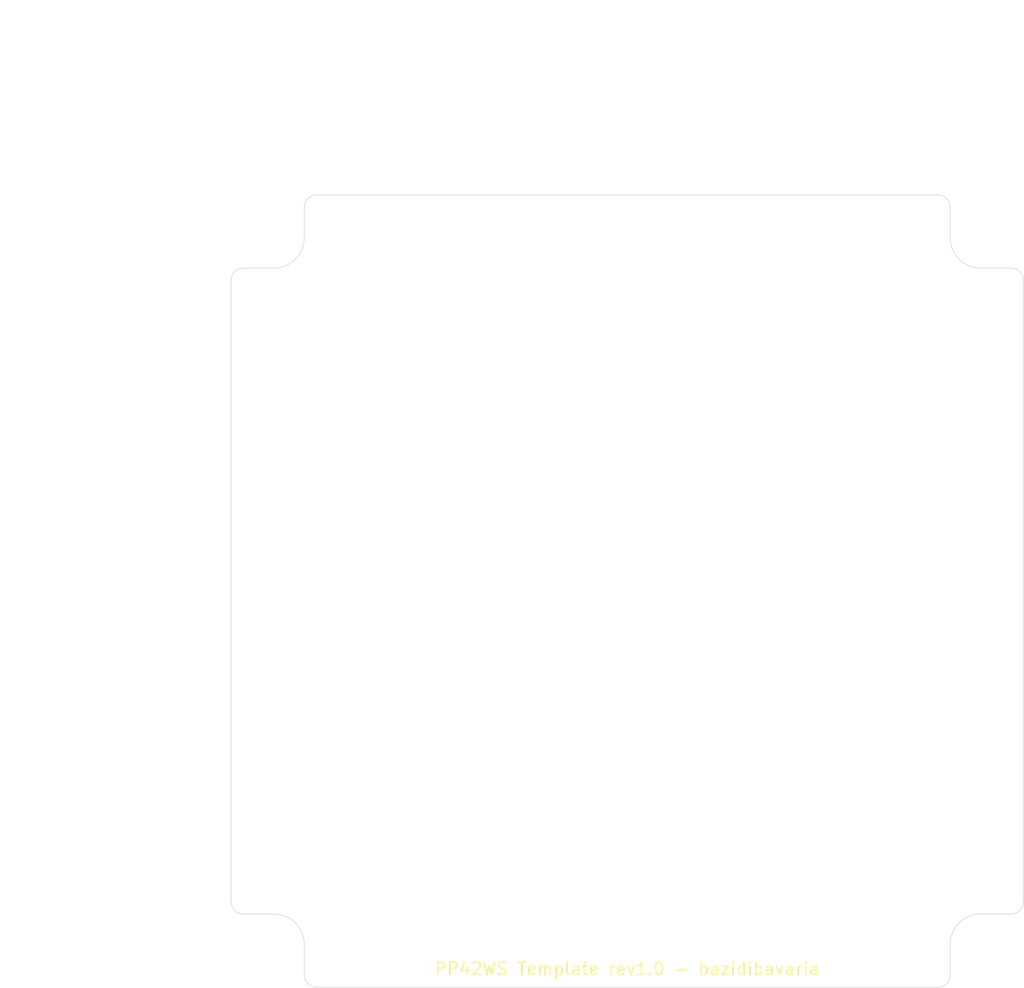
<source format=kicad_pcb>
(kicad_pcb (version 20171130) (host pcbnew "(5.1.6)-1")

  (general
    (thickness 1.6)
    (drawings 38)
    (tracks 0)
    (zones 0)
    (modules 4)
    (nets 1)
  )

  (page A4)
  (layers
    (0 F.Cu signal)
    (31 B.Cu signal)
    (32 B.Adhes user)
    (33 F.Adhes user)
    (34 B.Paste user)
    (35 F.Paste user)
    (36 B.SilkS user)
    (37 F.SilkS user)
    (38 B.Mask user)
    (39 F.Mask user)
    (40 Dwgs.User user)
    (41 Cmts.User user)
    (42 Eco1.User user)
    (43 Eco2.User user)
    (44 Edge.Cuts user)
    (45 Margin user)
    (46 B.CrtYd user)
    (47 F.CrtYd user)
    (48 B.Fab user)
    (49 F.Fab user)
  )

  (setup
    (last_trace_width 0.25)
    (trace_clearance 0.2)
    (zone_clearance 0.508)
    (zone_45_only no)
    (trace_min 0.2)
    (via_size 0.8)
    (via_drill 0.4)
    (via_min_size 0.4)
    (via_min_drill 0.3)
    (uvia_size 0.3)
    (uvia_drill 0.1)
    (uvias_allowed no)
    (uvia_min_size 0.2)
    (uvia_min_drill 0.1)
    (edge_width 0.05)
    (segment_width 0.2)
    (pcb_text_width 0.3)
    (pcb_text_size 1.5 1.5)
    (mod_edge_width 0.12)
    (mod_text_size 1 1)
    (mod_text_width 0.15)
    (pad_size 1.524 1.524)
    (pad_drill 0.762)
    (pad_to_mask_clearance 0.05)
    (aux_axis_origin 0 0)
    (visible_elements 7FFFFFFF)
    (pcbplotparams
      (layerselection 0x010fc_ffffffff)
      (usegerberextensions false)
      (usegerberattributes true)
      (usegerberadvancedattributes true)
      (creategerberjobfile true)
      (excludeedgelayer true)
      (linewidth 0.100000)
      (plotframeref false)
      (viasonmask false)
      (mode 1)
      (useauxorigin false)
      (hpglpennumber 1)
      (hpglpenspeed 20)
      (hpglpendiameter 15.000000)
      (psnegative false)
      (psa4output false)
      (plotreference true)
      (plotvalue true)
      (plotinvisibletext false)
      (padsonsilk false)
      (subtractmaskfromsilk false)
      (outputformat 1)
      (mirror false)
      (drillshape 1)
      (scaleselection 1)
      (outputdirectory ""))
  )

  (net 0 "")

  (net_class Default "This is the default net class."
    (clearance 0.2)
    (trace_width 0.25)
    (via_dia 0.8)
    (via_drill 0.4)
    (uvia_dia 0.3)
    (uvia_drill 0.1)
  )

  (module MountingHole:MountingHole_2.5mm (layer F.Cu) (tedit 56D1B4CB) (tstamp 5F57657B)
    (at 69.5 76)
    (descr "Mounting Hole 2.5mm, no annular")
    (tags "mounting hole 2.5mm no annular")
    (attr virtual)
    (fp_text reference REF** (at 0 -3.5) (layer F.SilkS) hide
      (effects (font (size 1 1) (thickness 0.15)))
    )
    (fp_text value MountingHole_2.5mm (at 0 3.5) (layer F.Fab) hide
      (effects (font (size 1 1) (thickness 0.15)))
    )
    (fp_circle (center 0 0) (end 2.5 0) (layer Cmts.User) (width 0.15))
    (fp_circle (center 0 0) (end 2.75 0) (layer F.CrtYd) (width 0.05))
    (fp_text user %R (at 0.3 0) (layer F.Fab) hide
      (effects (font (size 1 1) (thickness 0.15)))
    )
    (pad 1 np_thru_hole circle (at 0 0) (size 2.5 2.5) (drill 2.5) (layers *.Cu *.Mask))
  )

  (module MountingHole:MountingHole_2.5mm (layer F.Cu) (tedit 56D1B4CB) (tstamp 5F576557)
    (at 23.5 76)
    (descr "Mounting Hole 2.5mm, no annular")
    (tags "mounting hole 2.5mm no annular")
    (attr virtual)
    (fp_text reference REF** (at 0 -3.5) (layer F.SilkS) hide
      (effects (font (size 1 1) (thickness 0.15)))
    )
    (fp_text value MountingHole_2.5mm (at 0 3.5) (layer F.Fab) hide
      (effects (font (size 1 1) (thickness 0.15)))
    )
    (fp_circle (center 0 0) (end 2.5 0) (layer Cmts.User) (width 0.15))
    (fp_circle (center 0 0) (end 2.75 0) (layer F.CrtYd) (width 0.05))
    (fp_text user %R (at 0.3 0) (layer F.Fab) hide
      (effects (font (size 1 1) (thickness 0.15)))
    )
    (pad 1 np_thru_hole circle (at 0 0) (size 2.5 2.5) (drill 2.5) (layers *.Cu *.Mask))
  )

  (module MountingHole:MountingHole_2.5mm (layer F.Cu) (tedit 56D1B4CB) (tstamp 5F576533)
    (at 69.5 17)
    (descr "Mounting Hole 2.5mm, no annular")
    (tags "mounting hole 2.5mm no annular")
    (attr virtual)
    (fp_text reference REF** (at 0 -3.5) (layer F.SilkS) hide
      (effects (font (size 1 1) (thickness 0.15)))
    )
    (fp_text value MountingHole_2.5mm (at 0 3.5) (layer F.Fab) hide
      (effects (font (size 1 1) (thickness 0.15)))
    )
    (fp_circle (center 0 0) (end 2.5 0) (layer Cmts.User) (width 0.15))
    (fp_circle (center 0 0) (end 2.75 0) (layer F.CrtYd) (width 0.05))
    (fp_text user %R (at 0.3 0) (layer F.Fab) hide
      (effects (font (size 1 1) (thickness 0.15)))
    )
    (pad 1 np_thru_hole circle (at 0 0) (size 2.5 2.5) (drill 2.5) (layers *.Cu *.Mask))
  )

  (module MountingHole:MountingHole_2.5mm (layer F.Cu) (tedit 56D1B4CB) (tstamp 5F57650F)
    (at 23.5 17)
    (descr "Mounting Hole 2.5mm, no annular")
    (tags "mounting hole 2.5mm no annular")
    (attr virtual)
    (fp_text reference REF** (at 0 -3.5) (layer F.SilkS) hide
      (effects (font (size 1 1) (thickness 0.15)))
    )
    (fp_text value MountingHole_2.5mm (at 0 3.5) (layer F.Fab) hide
      (effects (font (size 1 1) (thickness 0.15)))
    )
    (fp_circle (center 0 0) (end 2.5 0) (layer Cmts.User) (width 0.15))
    (fp_circle (center 0 0) (end 2.75 0) (layer F.CrtYd) (width 0.05))
    (fp_text user %R (at 0.3 0) (layer F.Fab) hide
      (effects (font (size 1 1) (thickness 0.15)))
    )
    (pad 1 np_thru_hole circle (at 0 0) (size 2.5 2.5) (drill 2.5) (layers *.Cu *.Mask))
  )

  (gr_text "PP42WS Template rev1.0 - bazidibavaria" (at 46.5 77.5) (layer F.SilkS)
    (effects (font (size 1 1) (thickness 0.15)))
  )
  (gr_text "center point" (at 46.5 48.5) (layer Dwgs.User)
    (effects (font (size 1 1) (thickness 0.15)))
  )
  (gr_line (start 46.5 46.5) (end 46 46.5) (layer Dwgs.User) (width 0.15))
  (gr_line (start 47 46.5) (end 46.5 46.5) (layer Dwgs.User) (width 0.15) (tstamp 5F61CF3F))
  (gr_line (start 46.5 46.5) (end 46.5 46) (layer Dwgs.User) (width 0.15))
  (gr_line (start 46.5 47) (end 46.5 46.5) (layer Dwgs.User) (width 0.15) (tstamp 5F61CF3E))
  (dimension 3 (width 0.15) (layer Dwgs.User)
    (gr_text "3,000 mm" (at 6.7 77.5 90) (layer Dwgs.User) (tstamp 5F61CE75)
      (effects (font (size 1 1) (thickness 0.15)))
    )
    (feature1 (pts (xy 23.5 76) (xy 7.413579 76)))
    (feature2 (pts (xy 23.5 79) (xy 7.413579 79)))
    (crossbar (pts (xy 8 79) (xy 8 76)))
    (arrow1a (pts (xy 8 76) (xy 8.586421 77.126504)))
    (arrow1b (pts (xy 8 76) (xy 7.413579 77.126504)))
    (arrow2a (pts (xy 8 79) (xy 8.586421 77.873496)))
    (arrow2b (pts (xy 8 79) (xy 7.413579 77.873496)))
  )
  (dimension 59 (width 0.15) (layer Dwgs.User)
    (gr_text "59,000 mm" (at 6.7 46.5 90) (layer Dwgs.User)
      (effects (font (size 1 1) (thickness 0.15)))
    )
    (feature1 (pts (xy 23.5 17) (xy 7.413579 17)))
    (feature2 (pts (xy 23.5 76) (xy 7.413579 76)))
    (crossbar (pts (xy 8 76) (xy 8 17)))
    (arrow1a (pts (xy 8 17) (xy 8.586421 18.126504)))
    (arrow1b (pts (xy 8 17) (xy 7.413579 18.126504)))
    (arrow2a (pts (xy 8 76) (xy 8.586421 74.873496)))
    (arrow2b (pts (xy 8 76) (xy 7.413579 74.873496)))
  )
  (dimension 3 (width 0.15) (layer Dwgs.User)
    (gr_text "3,000 mm" (at 6.7 15.5 90) (layer Dwgs.User)
      (effects (font (size 1 1) (thickness 0.15)))
    )
    (feature1 (pts (xy 23.5 14) (xy 7.413579 14)))
    (feature2 (pts (xy 23.5 17) (xy 7.413579 17)))
    (crossbar (pts (xy 8 17) (xy 8 14)))
    (arrow1a (pts (xy 8 14) (xy 8.586421 15.126504)))
    (arrow1b (pts (xy 8 14) (xy 7.413579 15.126504)))
    (arrow2a (pts (xy 8 17) (xy 8.586421 15.873496)))
    (arrow2b (pts (xy 8 17) (xy 7.413579 15.873496)))
  )
  (dimension 9.5 (width 0.15) (layer Dwgs.User)
    (gr_text "9,500 mm" (at 74.25 5.7) (layer Dwgs.User)
      (effects (font (size 1 1) (thickness 0.15)))
    )
    (feature1 (pts (xy 79 17) (xy 79 6.413579)))
    (feature2 (pts (xy 69.5 17) (xy 69.5 6.413579)))
    (crossbar (pts (xy 69.5 7) (xy 79 7)))
    (arrow1a (pts (xy 79 7) (xy 77.873496 7.586421)))
    (arrow1b (pts (xy 79 7) (xy 77.873496 6.413579)))
    (arrow2a (pts (xy 69.5 7) (xy 70.626504 7.586421)))
    (arrow2b (pts (xy 69.5 7) (xy 70.626504 6.413579)))
  )
  (dimension 9.5 (width 0.15) (layer Dwgs.User)
    (gr_text "9,500 mm" (at 18.75 5.7) (layer Dwgs.User)
      (effects (font (size 1 1) (thickness 0.15)))
    )
    (feature1 (pts (xy 14 17) (xy 14 6.413579)))
    (feature2 (pts (xy 23.5 17) (xy 23.5 6.413579)))
    (crossbar (pts (xy 23.5 7) (xy 14 7)))
    (arrow1a (pts (xy 14 7) (xy 15.126504 6.413579)))
    (arrow1b (pts (xy 14 7) (xy 15.126504 7.586421)))
    (arrow2a (pts (xy 23.5 7) (xy 22.373496 6.413579)))
    (arrow2b (pts (xy 23.5 7) (xy 22.373496 7.586421)))
  )
  (dimension 46 (width 0.15) (layer Dwgs.User)
    (gr_text "46,000 mm" (at 46.5 5.7) (layer Dwgs.User)
      (effects (font (size 1 1) (thickness 0.15)))
    )
    (feature1 (pts (xy 69.5 17) (xy 69.5 6.413579)))
    (feature2 (pts (xy 23.5 17) (xy 23.5 6.413579)))
    (crossbar (pts (xy 23.5 7) (xy 69.5 7)))
    (arrow1a (pts (xy 69.5 7) (xy 68.373496 7.586421)))
    (arrow1b (pts (xy 69.5 7) (xy 68.373496 6.413579)))
    (arrow2a (pts (xy 23.5 7) (xy 24.626504 7.586421)))
    (arrow2b (pts (xy 23.5 7) (xy 24.626504 6.413579)))
  )
  (dimension 65 (width 0.15) (layer Dwgs.User) (tstamp 5F61CCF4)
    (gr_text "65,000 mm" (at -1.3 46.5 90) (layer Dwgs.User) (tstamp 5F61CCF4)
      (effects (font (size 1 1) (thickness 0.15)))
    )
    (feature1 (pts (xy 14 14) (xy -0.586421 14)))
    (feature2 (pts (xy 14 79) (xy -0.586421 79)))
    (crossbar (pts (xy 0 79) (xy 0 14)))
    (arrow1a (pts (xy 0 14) (xy 0.586421 15.126504)))
    (arrow1b (pts (xy 0 14) (xy -0.586421 15.126504)))
    (arrow2a (pts (xy 0 79) (xy 0.586421 77.873496)))
    (arrow2b (pts (xy 0 79) (xy -0.586421 77.873496)))
  )
  (dimension 65 (width 0.15) (layer Dwgs.User)
    (gr_text "65,000 mm" (at 46.5 -1.3) (layer Dwgs.User)
      (effects (font (size 1 1) (thickness 0.15)))
    )
    (feature1 (pts (xy 79 14) (xy 79 -0.586421)))
    (feature2 (pts (xy 14 14) (xy 14 -0.586421)))
    (crossbar (pts (xy 14 0) (xy 79 0)))
    (arrow1a (pts (xy 79 0) (xy 77.873496 0.586421)))
    (arrow1b (pts (xy 79 0) (xy 77.873496 -0.586421)))
    (arrow2a (pts (xy 14 0) (xy 15.126504 0.586421)))
    (arrow2b (pts (xy 14 0) (xy 15.126504 -0.586421)))
  )
  (gr_arc (start 17.5 17.5) (end 17.5 20) (angle -90) (layer Edge.Cuts) (width 0.05) (tstamp 5F5766CC))
  (gr_arc (start 17.5 75.5) (end 20 75.5) (angle -90) (layer Edge.Cuts) (width 0.05) (tstamp 5F5766CC))
  (gr_arc (start 75.5 75.5) (end 75.5 73) (angle -90) (layer Edge.Cuts) (width 0.05) (tstamp 5F5766CC))
  (gr_arc (start 75.5 17.5) (end 73 17.5) (angle -90) (layer Edge.Cuts) (width 0.05))
  (gr_arc (start 78 21) (end 79 21) (angle -90) (layer Edge.Cuts) (width 0.05) (tstamp 5F576624))
  (gr_arc (start 72 15) (end 73 15) (angle -90) (layer Edge.Cuts) (width 0.05) (tstamp 5F576624))
  (gr_arc (start 21 15) (end 21 14) (angle -90) (layer Edge.Cuts) (width 0.05) (tstamp 5F576624))
  (gr_arc (start 15 21) (end 15 20) (angle -90) (layer Edge.Cuts) (width 0.05) (tstamp 5F576624))
  (gr_arc (start 15 72) (end 14 72) (angle -90) (layer Edge.Cuts) (width 0.05) (tstamp 5F576624))
  (gr_arc (start 21 78) (end 20 78) (angle -90) (layer Edge.Cuts) (width 0.05) (tstamp 5F576624))
  (gr_arc (start 72 78) (end 72 79) (angle -90) (layer Edge.Cuts) (width 0.05) (tstamp 5F576624))
  (gr_arc (start 78 72) (end 78 73) (angle -90) (layer Edge.Cuts) (width 0.05) (tstamp 5F576624))
  (gr_line (start 15 20) (end 17.5 20) (layer Edge.Cuts) (width 0.05) (tstamp 5F5764EF))
  (gr_line (start 14 72) (end 14 21) (layer Edge.Cuts) (width 0.05))
  (gr_line (start 17.5 73) (end 15 73) (layer Edge.Cuts) (width 0.05))
  (gr_line (start 20 78) (end 20 75.5) (layer Edge.Cuts) (width 0.05))
  (gr_line (start 72 79) (end 21 79) (layer Edge.Cuts) (width 0.05))
  (gr_line (start 73 75.5) (end 73 78) (layer Edge.Cuts) (width 0.05))
  (gr_line (start 78 73) (end 75.5 73) (layer Edge.Cuts) (width 0.05))
  (gr_line (start 79 21) (end 79 72) (layer Edge.Cuts) (width 0.05))
  (gr_line (start 75.5 20) (end 78 20) (layer Edge.Cuts) (width 0.05))
  (gr_line (start 73 15) (end 73 17.5) (layer Edge.Cuts) (width 0.05))
  (gr_line (start 21 14) (end 72 14) (layer Edge.Cuts) (width 0.05))
  (gr_line (start 20 17.5) (end 20 15) (layer Edge.Cuts) (width 0.05))

)

</source>
